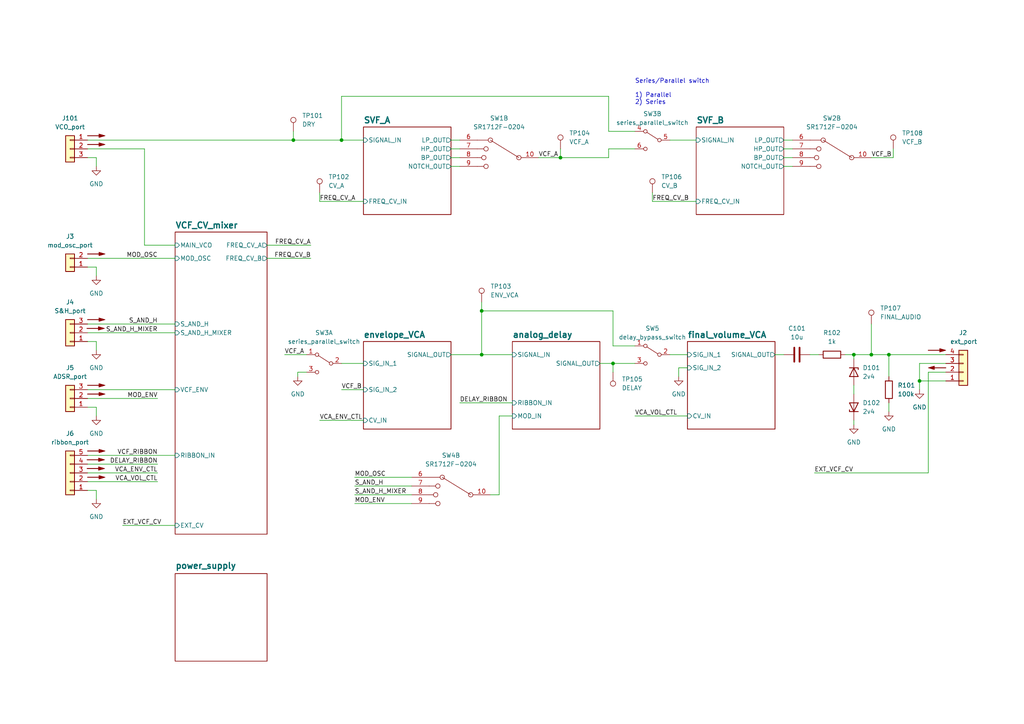
<source format=kicad_sch>
(kicad_sch (version 20230121) (generator eeschema)
  (paper "A4")
  (title_block (title "Josh Ox Ribbon Synth VCF/VCA/BBD board") (date "2023-01-07") (rev "1.0") (comment 1 "creativecommons.org/licenses/by/4.0/") (comment 2 "License: CC by 4.0") (comment 3 "Author: Jordan Aceto"))
  (lib_symbols
    (symbol "Connector:TestPoint" (pin_numbers hide) (pin_names (offset 0.762) hide)
      (property "Reference" "TP" (at 0 6.858 0))
      (property "Value" "TestPoint" (at 0 5.08 0))
      (symbol "TestPoint_0_1"
        (circle (center 0 3.302) (radius 0.762))
      )
      (symbol "TestPoint_1_1"
        (pin passive line (at 0 0 90) (length 2.54) (name "1") (number "1"))
      )
    )
    (symbol "Connector_Generic:Conn_01x02" (pin_names (offset 1.016) hide)
      (property "Reference" "J" (at 0 2.54 0))
      (property "Value" "Conn_01x02" (at 0 -5.08 0))
      (symbol "Conn_01x02_1_1"
        (rectangle (start -1.27 -2.413) (end 0 -2.667) (stroke (width 0.1524)))
        (rectangle (start -1.27 0.127) (end 0 -0.127) (stroke (width 0.1524)))
        (rectangle (start -1.27 1.27) (end 1.27 -3.81) (stroke (width 0.254)) (fill (type background)))
        (pin passive line (at -5.08 0 0) (length 3.81) (name "Pin_1") (number "1"))
        (pin passive line (at -5.08 -2.54 0) (length 3.81) (name "Pin_2") (number "2"))
      )
    )
    (symbol "Connector_Generic:Conn_01x03" (pin_names (offset 1.016) hide)
      (property "Reference" "J" (at 0 5.08 0))
      (property "Value" "Conn_01x03" (at 0 -5.08 0))
      (symbol "Conn_01x03_1_1"
        (rectangle (start -1.27 -2.413) (end 0 -2.667) (stroke (width 0.1524)))
        (rectangle (start -1.27 0.127) (end 0 -0.127) (stroke (width 0.1524)))
        (rectangle (start -1.27 2.667) (end 0 2.413) (stroke (width 0.1524)))
        (rectangle (start -1.27 3.81) (end 1.27 -3.81) (stroke (width 0.254)) (fill (type background)))
        (pin passive line (at -5.08 2.54 0) (length 3.81) (name "Pin_1") (number "1"))
        (pin passive line (at -5.08 0 0) (length 3.81) (name "Pin_2") (number "2"))
        (pin passive line (at -5.08 -2.54 0) (length 3.81) (name "Pin_3") (number "3"))
      )
    )
    (symbol "Connector_Generic:Conn_01x04" (pin_names (offset 1.016) hide)
      (property "Reference" "J" (at 0 5.08 0))
      (property "Value" "Conn_01x04" (at 0 -7.62 0))
      (symbol "Conn_01x04_1_1"
        (rectangle (start -1.27 -4.953) (end 0 -5.207) (stroke (width 0.1524)))
        (rectangle (start -1.27 -2.413) (end 0 -2.667) (stroke (width 0.1524)))
        (rectangle (start -1.27 0.127) (end 0 -0.127) (stroke (width 0.1524)))
        (rectangle (start -1.27 2.667) (end 0 2.413) (stroke (width 0.1524)))
        (rectangle (start -1.27 3.81) (end 1.27 -6.35) (stroke (width 0.254)) (fill (type background)))
        (pin passive line (at -5.08 2.54 0) (length 3.81) (name "Pin_1") (number "1"))
        (pin passive line (at -5.08 0 0) (length 3.81) (name "Pin_2") (number "2"))
        (pin passive line (at -5.08 -2.54 0) (length 3.81) (name "Pin_3") (number "3"))
        (pin passive line (at -5.08 -5.08 0) (length 3.81) (name "Pin_4") (number "4"))
      )
    )
    (symbol "Connector_Generic:Conn_01x05" (pin_names (offset 1.016) hide)
      (property "Reference" "J" (at 0 7.62 0))
      (property "Value" "Conn_01x05" (at 0 -7.62 0))
      (symbol "Conn_01x05_1_1"
        (rectangle (start -1.27 -4.953) (end 0 -5.207) (stroke (width 0.1524)))
        (rectangle (start -1.27 -2.413) (end 0 -2.667) (stroke (width 0.1524)))
        (rectangle (start -1.27 0.127) (end 0 -0.127) (stroke (width 0.1524)))
        (rectangle (start -1.27 2.667) (end 0 2.413) (stroke (width 0.1524)))
        (rectangle (start -1.27 5.207) (end 0 4.953) (stroke (width 0.1524)))
        (rectangle (start -1.27 6.35) (end 1.27 -6.35) (stroke (width 0.254)) (fill (type background)))
        (pin passive line (at -5.08 5.08 0) (length 3.81) (name "Pin_1") (number "1"))
        (pin passive line (at -5.08 2.54 0) (length 3.81) (name "Pin_2") (number "2"))
        (pin passive line (at -5.08 0 0) (length 3.81) (name "Pin_3") (number "3"))
        (pin passive line (at -5.08 -2.54 0) (length 3.81) (name "Pin_4") (number "4"))
        (pin passive line (at -5.08 -5.08 0) (length 3.81) (name "Pin_5") (number "5"))
      )
    )
    (symbol "Device:C" (pin_numbers hide) (pin_names (offset 0.254))
      (property "Reference" "C" (at 0.635 2.54 0))
      (property "Value" "C" (at 0.635 -2.54 0))
      (symbol "C_0_1"
        (polyline (pts (xy -2.032 -0.762) (xy 2.032 -0.762)) (stroke (width 0.508)))
        (polyline (pts (xy -2.032 0.762) (xy 2.032 0.762)) (stroke (width 0.508)))
      )
      (symbol "C_1_1"
        (pin passive line (at 0 3.81 270) (length 2.794) (name "~") (number "1"))
        (pin passive line (at 0 -3.81 90) (length 2.794) (name "~") (number "2"))
      )
    )
    (symbol "Device:D_Zener" (pin_numbers hide) (pin_names (offset 1.016) hide)
      (property "Reference" "D" (at 0 2.54 0))
      (property "Value" "D_Zener" (at 0 -2.54 0))
      (symbol "D_Zener_0_1"
        (polyline (pts (xy 1.27 0) (xy -1.27 0)))
        (polyline (pts (xy -1.27 -1.27) (xy -1.27 1.27) (xy -0.762 1.27)) (stroke (width 0.254)))
        (polyline (pts (xy 1.27 -1.27) (xy 1.27 1.27) (xy -1.27 0) (xy 1.27 -1.27)) (stroke (width 0.254)))
      )
      (symbol "D_Zener_1_1"
        (pin passive line (at -3.81 0 0) (length 2.54) (name "K") (number "1"))
        (pin passive line (at 3.81 0 180) (length 2.54) (name "A") (number "2"))
      )
    )
    (symbol "Device:R" (pin_numbers hide) (pin_names (offset 0))
      (property "Reference" "R" (at 2.032 0 90))
      (property "Value" "R" (at 0 0 90))
      (symbol "R_0_1"
        (rectangle (start -1.016 -2.54) (end 1.016 2.54) (stroke (width 0.254)))
      )
      (symbol "R_1_1"
        (pin passive line (at 0 3.81 270) (length 1.27) (name "~") (number "1"))
        (pin passive line (at 0 -3.81 90) (length 1.27) (name "~") (number "2"))
      )
    )
    (symbol "Graphic:SYM_Arrow_Normal" (in_bom no) (on_board no)
      (symbol "SYM_Arrow_Normal_0_1"
        (polyline (pts (xy 1.524 0) (xy -2.54 0)) (stroke (width 0.254)))
        (polyline (pts (xy 2.54 0) (xy 0.762 -0.508) (xy 0.762 0.508) (xy 2.54 0)) (fill (type outline)))
      )
    )
    (symbol "Switch:SW_DPDT_x2" (pin_names (offset 0) hide)
      (property "Reference" "SW" (at 0 4.318 0))
      (property "Value" "SW_DPDT_x2" (at 0 -5.08 0))
      (symbol "SW_DPDT_x2_0_0"
        (circle (center -2.032 0) (radius 0.508))
        (circle (center 2.032 -2.54) (radius 0.508))
      )
      (symbol "SW_DPDT_x2_0_1"
        (polyline (pts (xy -1.524 0.254) (xy 1.651 2.286)))
        (circle (center 2.032 2.54) (radius 0.508))
      )
      (symbol "SW_DPDT_x2_1_1"
        (pin passive line (at 5.08 2.54 180) (length 2.54) (name "A") (number "1"))
        (pin passive line (at -5.08 0 0) (length 2.54) (name "B") (number "2"))
        (pin passive line (at 5.08 -2.54 180) (length 2.54) (name "C") (number "3"))
      )
      (symbol "SW_DPDT_x2_2_1"
        (pin passive line (at 5.08 2.54 180) (length 2.54) (name "A") (number "4"))
        (pin passive line (at -5.08 0 0) (length 2.54) (name "B") (number "5"))
        (pin passive line (at 5.08 -2.54 180) (length 2.54) (name "C") (number "6"))
      )
    )
    (symbol "Switch:SW_SPDT" (pin_names (offset 0) hide)
      (property "Reference" "SW" (at 0 4.318 0))
      (property "Value" "SW_SPDT" (at 0 -5.08 0))
      (symbol "SW_SPDT_0_0"
        (circle (center -2.032 0) (radius 0.508))
        (circle (center 2.032 -2.54) (radius 0.508))
      )
      (symbol "SW_SPDT_0_1"
        (polyline (pts (xy -1.524 0.254) (xy 1.651 2.286)))
        (circle (center 2.032 2.54) (radius 0.508))
      )
      (symbol "SW_SPDT_1_1"
        (pin passive line (at 5.08 2.54 180) (length 2.54) (name "A") (number "1"))
        (pin passive line (at -5.08 0 0) (length 2.54) (name "B") (number "2"))
        (pin passive line (at 5.08 -2.54 180) (length 2.54) (name "C") (number "3"))
      )
    )
    (symbol "custom_symbols:SR1712F-0204" (pin_names (offset 1.016) hide)
      (property "Reference" "SW101" (at -1.27 11.43 0))
      (property "Value" "SR1712F-0204" (at -1.27 8.89 0))
      (symbol "SR1712F-0204_0_0"
        (circle (center -4.445 0) (radius 0.635))
        (polyline (pts (xy -4.445 0) (xy 3.81 5.08)))
        (polyline (pts (xy 4.445 5.08) (xy 7.62 5.08)))
        (polyline (pts (xy 5.715 -2.54) (xy 7.62 -2.54)))
        (polyline (pts (xy 5.715 2.54) (xy 7.62 2.54)))
        (polyline (pts (xy 6.35 0) (xy 7.62 0)))
        (circle (center 3.81 5.08) (radius 0.635))
        (circle (center 5.08 -2.54) (radius 0.635))
        (circle (center 5.08 2.54) (radius 0.635))
        (circle (center 5.715 0) (radius 0.635))
      )
      (symbol "SR1712F-0204_1_1"
        (pin passive line (at -10.16 0 0) (length 5.08) (name "1") (number "1"))
        (pin passive line (at 12.7 5.08 180) (length 5.08) (name "2") (number "2"))
        (pin passive line (at 12.7 2.54 180) (length 5.08) (name "3") (number "3"))
        (pin passive line (at 12.7 0 180) (length 5.08) (name "4") (number "4"))
        (pin passive line (at 12.7 -2.54 180) (length 5.08) (name "5") (number "5"))
      )
      (symbol "SR1712F-0204_2_1"
        (pin passive line (at -10.16 0 0) (length 5.08) (name "10") (number "10"))
        (pin passive line (at 12.7 5.08 180) (length 5.08) (name "6") (number "6"))
        (pin passive line (at 12.7 2.54 180) (length 5.08) (name "7") (number "7"))
        (pin passive line (at 12.7 0 180) (length 5.08) (name "8") (number "8"))
        (pin passive line (at 12.7 -2.54 180) (length 5.08) (name "9") (number "9"))
      )
    )
    (symbol "power:GND" (power) (pin_names (offset 0))
      (property "Value" "GND" (at 0 -3.81 0))
      (symbol "GND_0_1"
        (polyline (pts (xy 0 0) (xy 0 -1.27) (xy 1.27 -1.27) (xy 0 -2.54) (xy -1.27 -1.27) (xy 0 -1.27)))
      )
      (symbol "GND_1_1"
        (pin power_in line (at 0 0 270) (length 0) hide (name "GND") (number "1"))
      )
    )
  )
  (junction (at 247.65 102.87))
  (junction (at 85.09 40.64))
  (junction (at 99.06 40.64))
  (junction (at 177.8 105.41))
  (junction (at 139.7 90.17))
  (junction (at 257.81 102.87))
  (junction (at 162.56 45.72))
  (junction (at 252.73 102.87))
  (junction (at 139.7 102.87))
  (junction (at 266.7 110.49))
  (wire (pts (xy 92.71 58.42) (xy 105.41 58.42)))
  (wire (pts (xy 25.4 43.18) (xy 41.91 43.18)))
  (wire (pts (xy 144.78 120.65) (xy 148.59 120.65)))
  (wire (pts (xy 86.36 107.95) (xy 88.9 107.95)))
  (wire (pts (xy 274.32 105.41) (xy 266.7 105.41)))
  (wire (pts (xy 105.41 121.92) (xy 92.71 121.92)))
  (wire (pts (xy 27.94 80.01) (xy 27.94 77.47)))
  (wire (pts (xy 99.06 27.94) (xy 176.53 27.94)))
  (wire (pts (xy 194.31 40.64) (xy 201.93 40.64)))
  (wire (pts (xy 102.87 140.97) (xy 119.38 140.97)))
  (wire (pts (xy 189.23 55.88) (xy 189.23 58.42)))
  (wire (pts (xy 142.24 143.51) (xy 144.78 143.51)))
  (wire (pts (xy 177.8 100.33) (xy 177.8 90.17)))
  (wire (pts (xy 177.8 105.41) (xy 184.15 105.41)))
  (wire (pts (xy 102.87 146.05) (xy 119.38 146.05)))
  (wire (pts (xy 27.94 142.24) (xy 25.4 142.24)))
  (wire (pts (xy 247.65 102.87) (xy 252.73 102.87)))
  (wire (pts (xy 227.33 48.26) (xy 229.87 48.26)))
  (wire (pts (xy 41.91 43.18) (xy 41.91 71.12)))
  (wire (pts (xy 27.94 118.11) (xy 25.4 118.11)))
  (wire (pts (xy 176.53 43.18) (xy 184.15 43.18)))
  (wire (pts (xy 257.81 102.87) (xy 274.32 102.87)))
  (wire (pts (xy 102.87 143.51) (xy 119.38 143.51)))
  (wire (pts (xy 177.8 90.17) (xy 139.7 90.17)))
  (wire (pts (xy 173.99 105.41) (xy 177.8 105.41)))
  (wire (pts (xy 82.55 102.87) (xy 88.9 102.87)))
  (wire (pts (xy 25.4 137.16) (xy 45.72 137.16)))
  (wire (pts (xy 25.4 134.62) (xy 45.72 134.62)))
  (wire (pts (xy 130.81 102.87) (xy 139.7 102.87)))
  (wire (pts (xy 139.7 87.63) (xy 139.7 90.17)))
  (wire (pts (xy 266.7 113.03) (xy 266.7 110.49)))
  (wire (pts (xy 27.94 120.65) (xy 27.94 118.11)))
  (wire (pts (xy 130.81 48.26) (xy 133.35 48.26)))
  (wire (pts (xy 257.81 102.87) (xy 257.81 109.22)))
  (wire (pts (xy 130.81 40.64) (xy 133.35 40.64)))
  (wire (pts (xy 25.4 132.08) (xy 50.8 132.08)))
  (wire (pts (xy 130.81 45.72) (xy 133.35 45.72)))
  (wire (pts (xy 196.85 106.68) (xy 199.39 106.68)))
  (wire (pts (xy 236.22 137.16) (xy 269.24 137.16)))
  (wire (pts (xy 252.73 45.72) (xy 259.08 45.72)))
  (wire (pts (xy 227.33 45.72) (xy 229.87 45.72)))
  (wire (pts (xy 99.06 105.41) (xy 105.41 105.41)))
  (wire (pts (xy 194.31 102.87) (xy 199.39 102.87)))
  (wire (pts (xy 27.94 144.78) (xy 27.94 142.24)))
  (wire (pts (xy 41.91 71.12) (xy 50.8 71.12)))
  (wire (pts (xy 156.21 45.72) (xy 162.56 45.72)))
  (wire (pts (xy 199.39 120.65) (xy 184.15 120.65)))
  (wire (pts (xy 85.09 40.64) (xy 99.06 40.64)))
  (wire (pts (xy 102.87 138.43) (xy 119.38 138.43)))
  (wire (pts (xy 77.47 74.93) (xy 90.17 74.93)))
  (wire (pts (xy 27.94 77.47) (xy 25.4 77.47)))
  (wire (pts (xy 227.33 40.64) (xy 229.87 40.64)))
  (wire (pts (xy 148.59 116.84) (xy 133.35 116.84)))
  (wire (pts (xy 25.4 93.98) (xy 50.8 93.98)))
  (wire (pts (xy 274.32 107.95) (xy 269.24 107.95)))
  (wire (pts (xy 25.4 40.64) (xy 85.09 40.64)))
  (wire (pts (xy 99.06 113.03) (xy 105.41 113.03)))
  (wire (pts (xy 99.06 40.64) (xy 105.41 40.64)))
  (wire (pts (xy 247.65 121.92) (xy 247.65 123.19)))
  (wire (pts (xy 176.53 27.94) (xy 176.53 38.1)))
  (wire (pts (xy 227.33 43.18) (xy 229.87 43.18)))
  (wire (pts (xy 77.47 71.12) (xy 90.17 71.12)))
  (wire (pts (xy 27.94 101.6) (xy 27.94 99.06)))
  (wire (pts (xy 259.08 43.18) (xy 259.08 45.72)))
  (wire (pts (xy 27.94 99.06) (xy 25.4 99.06)))
  (wire (pts (xy 234.95 102.87) (xy 237.49 102.87)))
  (wire (pts (xy 252.73 93.98) (xy 252.73 102.87)))
  (wire (pts (xy 139.7 90.17) (xy 139.7 102.87)))
  (wire (pts (xy 144.78 143.51) (xy 144.78 120.65)))
  (wire (pts (xy 247.65 104.14) (xy 247.65 102.87)))
  (wire (pts (xy 184.15 100.33) (xy 177.8 100.33)))
  (wire (pts (xy 162.56 45.72) (xy 176.53 45.72)))
  (wire (pts (xy 177.8 107.95) (xy 177.8 105.41)))
  (wire (pts (xy 130.81 43.18) (xy 133.35 43.18)))
  (wire (pts (xy 85.09 38.1) (xy 85.09 40.64)))
  (wire (pts (xy 99.06 40.64) (xy 99.06 27.94)))
  (wire (pts (xy 201.93 58.42) (xy 189.23 58.42)))
  (wire (pts (xy 25.4 113.03) (xy 50.8 113.03)))
  (wire (pts (xy 25.4 96.52) (xy 50.8 96.52)))
  (wire (pts (xy 257.81 119.38) (xy 257.81 116.84)))
  (wire (pts (xy 266.7 110.49) (xy 274.32 110.49)))
  (wire (pts (xy 266.7 105.41) (xy 266.7 110.49)))
  (wire (pts (xy 184.15 38.1) (xy 176.53 38.1)))
  (wire (pts (xy 25.4 115.57) (xy 45.72 115.57)))
  (wire (pts (xy 27.94 45.72) (xy 25.4 45.72)))
  (wire (pts (xy 139.7 102.87) (xy 148.59 102.87)))
  (wire (pts (xy 25.4 74.93) (xy 50.8 74.93)))
  (wire (pts (xy 92.71 55.88) (xy 92.71 58.42)))
  (wire (pts (xy 247.65 114.3) (xy 247.65 111.76)))
  (wire (pts (xy 196.85 109.22) (xy 196.85 106.68)))
  (wire (pts (xy 224.79 102.87) (xy 227.33 102.87)))
  (wire (pts (xy 245.11 102.87) (xy 247.65 102.87)))
  (wire (pts (xy 162.56 43.18) (xy 162.56 45.72)))
  (wire (pts (xy 25.4 139.7) (xy 45.72 139.7)))
  (wire (pts (xy 86.36 107.95) (xy 86.36 109.22)))
  (wire (pts (xy 35.56 152.4) (xy 50.8 152.4)))
  (wire (pts (xy 176.53 45.72) (xy 176.53 43.18)))
  (wire (pts (xy 27.94 48.26) (xy 27.94 45.72)))
  (wire (pts (xy 252.73 102.87) (xy 257.81 102.87)))
  (wire (pts (xy 269.24 107.95) (xy 269.24 137.16)))
  (text "Series/Parallel switch\n\n1) Parallel\n2) Series" (at 184.15 30.48 0) (effects (font (size 1.27 1.27)) (justify left bottom)))
  (label "EXT_VCF_CV" (at 236.22 137.16 0))
  (label "S_AND_H" (at 45.72 93.98 180))
  (label "FREQ_CV_B" (at 189.23 58.42 0))
  (label "FREQ_CV_A" (at 90.17 71.12 180))
  (label "MOD_ENV" (at 102.87 146.05 0))
  (label "VCF_A" (at 156.21 45.72 0))
  (label "VCF_RIBBON" (at 45.72 132.08 180))
  (label "VCA_ENV_CTL" (at 92.71 121.92 0))
  (label "VCA_VOL_CTL" (at 45.72 139.7 180))
  (label "MOD_ENV" (at 45.72 115.57 180))
  (label "DELAY_RIBBON" (at 45.72 134.62 180))
  (label "DELAY_RIBBON" (at 133.35 116.84 0))
  (label "MOD_OSC" (at 45.72 74.93 180))
  (label "VCF_B" (at 252.73 45.72 0))
  (label "S_AND_H" (at 102.87 140.97 0))
  (label "EXT_VCF_CV" (at 35.56 152.4 0))
  (label "VCF_A" (at 82.55 102.87 0))
  (label "VCA_VOL_CTL" (at 184.15 120.65 0))
  (label "VCA_ENV_CTL" (at 45.72 137.16 180))
  (label "MOD_OSC" (at 102.87 138.43 0))
  (label "S_AND_H_MIXER" (at 102.87 143.51 0))
  (label "S_AND_H_MIXER" (at 45.72 96.52 180))
  (label "FREQ_CV_A" (at 92.71 58.42 0))
  (label "FREQ_CV_B" (at 90.17 74.93 180))
  (label "VCF_B" (at 99.06 113.03 0))
  (symbol (lib_id "power:GND") (at 247.65 123.19 0) (unit 1)
    (property "Reference" "#PWR0125" (effects hide))
    (property "Value" "GND" (at 247.65 128.27 0))
  )
  (symbol (lib_id "Graphic:SYM_Arrow_Normal") (at 27.94 41.91 0) (unit 1)
    (property "Reference" "#SYM113" (effects hide))
    (property "Value" "SYM_Arrow_Normal" (effects hide))
    (property "Sim.Enable" "0" (effects hide))
  )
  (symbol (lib_id "Connector_Generic:Conn_01x03") (at 20.32 96.52 180) (unit 1)
    (property "Reference" "J4" (at 20.32 87.63 0))
    (property "Value" "S&H_port" (at 20.32 90.17 0))
    (property "Footprint" "Connector_Molex:Molex_KK-254_AE-6410-03A_1x03_P2.54mm_Vertical" (effects hide))
  )
  (symbol (lib_id "Connector_Generic:Conn_01x03") (at 20.32 43.18 0) (mirror y) (unit 1)
    (property "Reference" "J101" (at 20.32 34.29 0))
    (property "Value" "VCO_port" (at 20.32 36.83 0))
    (property "Footprint" "Connector_Molex:Molex_KK-254_AE-6410-03A_1x03_P2.54mm_Vertical" (effects hide))
  )
  (symbol (lib_id "Graphic:SYM_Arrow_Normal") (at 27.94 39.37 0) (unit 1)
    (property "Reference" "#SYM104" (effects hide))
    (property "Value" "SYM_Arrow_Normal" (effects hide))
    (property "Sim.Enable" "0" (effects hide))
  )
  (symbol (lib_id "Graphic:SYM_Arrow_Normal") (at 27.94 111.76 0) (unit 1)
    (property "Reference" "#SYM107" (effects hide))
    (property "Value" "SYM_Arrow_Normal" (effects hide))
    (property "Sim.Enable" "0" (effects hide))
  )
  (symbol (lib_id "power:GND") (at 27.94 101.6 0) (mirror y) (unit 1)
    (property "Reference" "#PWR0103" (effects hide))
    (property "Value" "GND" (at 27.94 106.68 0))
  )
  (symbol (lib_id "Connector:TestPoint") (at 252.73 93.98 0) (unit 1) (in_bom no)
    (property "Reference" "TP107" (at 255.27 89.4079 0) (effects (justify left)))
    (property "Value" "FINAL_AUDIO" (at 255.27 91.9479 0) (effects (justify left)))
    (property "Footprint" "TestPoint:TestPoint_Keystone_5000-5004_Miniature" (effects hide))
  )
  (symbol (lib_id "Switch:SW_DPDT_x2") (at 189.23 40.64 0) (mirror y) (unit 2)
    (property "Reference" "SW3" (at 189.23 33.02 0))
    (property "Value" "series_parallel_switch" (at 189.23 35.56 0))
    (property "Footprint" "custom_footprints:DPDT_mini_toggle" (effects hide))
  )
  (symbol (lib_id "Connector_Generic:Conn_01x02") (at 20.32 77.47 180) (unit 1)
    (property "Reference" "J3" (at 20.32 68.58 0))
    (property "Value" "mod_osc_port" (at 20.32 71.12 0))
    (property "Footprint" "Connector_Molex:Molex_KK-254_AE-6410-02A_1x02_P2.54mm_Vertical" (effects hide))
  )
  (symbol (lib_id "Device:D_Zener") (at 247.65 107.95 270) (unit 1)
    (property "Reference" "D101" (at 250.19 106.6799 90) (effects (justify left)))
    (property "Value" "2v4" (at 250.19 109.2199 90) (effects (justify left)))
    (property "Footprint" "Diode_SMD:D_SOD-123" (effects hide))
  )
  (symbol (lib_id "Graphic:SYM_Arrow_Normal") (at 27.8149 135.89 0) (unit 1)
    (property "Reference" "#SYM103" (effects hide))
    (property "Value" "SYM_Arrow_Normal" (effects hide))
    (property "Sim.Enable" "0" (effects hide))
  )
  (symbol (lib_id "Graphic:SYM_Arrow_Normal") (at 27.94 138.43 0) (unit 1)
    (property "Reference" "#SYM110" (effects hide))
    (property "Value" "SYM_Arrow_Normal" (effects hide))
    (property "Sim.Enable" "0" (effects hide))
  )
  (symbol (lib_id "Connector:TestPoint") (at 139.7 87.63 0) (unit 1) (in_bom no)
    (property "Reference" "TP103" (at 142.24 83.0579 0) (effects (justify left)))
    (property "Value" "ENV_VCA" (at 142.24 85.5979 0) (effects (justify left)))
    (property "Footprint" "TestPoint:TestPoint_Keystone_5000-5004_Miniature" (effects hide))
  )
  (symbol (lib_id "Graphic:SYM_Arrow_Normal") (at 27.94 114.3 0) (unit 1)
    (property "Reference" "#SYM108" (effects hide))
    (property "Value" "SYM_Arrow_Normal" (effects hide))
    (property "Sim.Enable" "0" (effects hide))
  )
  (symbol (lib_id "Graphic:SYM_Arrow_Normal") (at 27.94 92.71 0) (unit 1)
    (property "Reference" "#SYM106" (effects hide))
    (property "Value" "SYM_Arrow_Normal" (effects hide))
    (property "Sim.Enable" "0" (effects hide))
  )
  (symbol (lib_id "Graphic:SYM_Arrow_Normal") (at 27.94 73.66 0) (unit 1)
    (property "Reference" "#SYM105" (effects hide))
    (property "Value" "SYM_Arrow_Normal" (effects hide))
    (property "Sim.Enable" "0" (effects hide))
  )
  (symbol (lib_id "power:GND") (at 196.85 109.22 0) (unit 1)
    (property "Reference" "#PWR0112" (effects hide))
    (property "Value" "GND" (at 196.85 114.3 0))
  )
  (symbol (lib_id "power:GND") (at 266.7 113.03 0) (unit 1)
    (property "Reference" "#PWR0107" (effects hide))
    (property "Value" "GND" (at 266.7 118.11 0))
  )
  (symbol (lib_id "Connector:TestPoint") (at 177.8 107.95 0) (mirror x) (unit 1) (in_bom no)
    (property "Reference" "TP105" (at 180.34 109.9819 0) (effects (justify left)))
    (property "Value" "DELAY" (at 180.34 112.5219 0) (effects (justify left)))
    (property "Footprint" "TestPoint:TestPoint_Keystone_5000-5004_Miniature" (effects hide))
  )
  (symbol (lib_id "power:GND") (at 27.94 48.26 0) (mirror y) (unit 1)
    (property "Reference" "#PWR0101" (effects hide))
    (property "Value" "GND" (at 27.94 53.34 0))
  )
  (symbol (lib_id "Device:R") (at 241.3 102.87 90) (mirror x) (unit 1)
    (property "Reference" "R102" (at 241.3 96.52 90))
    (property "Value" "1k" (at 241.3 99.06 90))
    (property "Footprint" "Resistor_SMD:R_0805_2012Metric" (effects hide))
  )
  (symbol (lib_id "power:GND") (at 257.81 119.38 0) (unit 1)
    (property "Reference" "#PWR0111" (effects hide))
    (property "Value" "GND" (at 257.81 124.46 0))
  )
  (symbol (lib_id "custom_symbols:SR1712F-0204") (at 132.08 143.51 0) (mirror y) (unit 2)
    (property "Reference" "SW4" (at 130.81 132.08 0))
    (property "Value" "SR1712F-0204" (at 130.81 134.62 0))
    (property "Footprint" "custom_footprints:SR1712F_rotary_switch" (effects hide))
  )
  (symbol (lib_id "Connector:TestPoint") (at 85.09 38.1 0) (unit 1) (in_bom no)
    (property "Reference" "TP101" (at 87.63 33.5279 0) (effects (justify left)))
    (property "Value" "DRY" (at 87.63 36.0679 0) (effects (justify left)))
    (property "Footprint" "TestPoint:TestPoint_Keystone_5000-5004_Miniature" (effects hide))
  )
  (symbol (lib_id "Device:C") (at 231.14 102.87 90) (unit 1)
    (property "Reference" "C101" (at 231.14 95.25 90))
    (property "Value" "10u" (at 231.14 97.79 90))
    (property "Footprint" "Capacitor_THT:C_Radial_D6.3mm_H7.0mm_P2.50mm" (effects hide))
  )
  (symbol (lib_id "custom_symbols:SR1712F-0204") (at 146.05 45.72 0) (mirror y) (unit 2)
    (property "Reference" "SW1" (at 144.78 34.29 0))
    (property "Value" "SR1712F-0204" (at 144.78 36.83 0))
    (property "Footprint" "custom_footprints:SR1712F_rotary_switch" (effects hide))
  )
  (symbol (lib_id "power:GND") (at 86.36 109.22 0) (unit 1)
    (property "Reference" "#PWR0106" (effects hide))
    (property "Value" "GND" (at 86.36 114.3 0))
  )
  (symbol (lib_id "Switch:SW_DPDT_x2") (at 93.98 105.41 0) (mirror y) (unit 1)
    (property "Reference" "SW3" (at 93.98 96.52 0))
    (property "Value" "series_parallel_switch" (at 93.98 99.06 0))
    (property "Footprint" "custom_footprints:DPDT_mini_toggle" (effects hide))
  )
  (symbol (lib_id "power:GND") (at 27.94 120.65 0) (mirror y) (unit 1)
    (property "Reference" "#PWR0104" (effects hide))
    (property "Value" "GND" (at 27.94 125.73 0))
  )
  (symbol (lib_id "Connector:TestPoint") (at 259.08 43.18 0) (unit 1) (in_bom no)
    (property "Reference" "TP108" (at 261.62 38.6079 0) (effects (justify left)))
    (property "Value" "VCF_B" (at 261.62 41.1479 0) (effects (justify left)))
    (property "Footprint" "TestPoint:TestPoint_Keystone_5000-5004_Miniature" (effects hide))
  )
  (symbol (lib_id "Connector:TestPoint") (at 189.23 55.88 0) (unit 1) (in_bom no)
    (property "Reference" "TP106" (at 191.77 51.3079 0) (effects (justify left)))
    (property "Value" "CV_B" (at 191.77 53.8479 0) (effects (justify left)))
    (property "Footprint" "TestPoint:TestPoint_Keystone_5000-5004_Miniature" (effects hide))
  )
  (symbol (lib_id "Switch:SW_SPDT") (at 189.23 102.87 0) (mirror y) (unit 1)
    (property "Reference" "SW5" (at 189.23 95.25 0))
    (property "Value" "delay_bypass_switch" (at 189.23 97.79 0))
    (property "Footprint" "custom_footprints:SPDT_mini_toggle" (effects hide))
  )
  (symbol (lib_id "Connector_Generic:Conn_01x04") (at 279.4 107.95 0) (mirror x) (unit 1)
    (property "Reference" "J2" (at 278.13 96.52 0) (effects (justify left)))
    (property "Value" "ext_port" (at 275.59 99.06 0) (effects (justify left)))
    (property "Footprint" "Connector_Molex:Molex_KK-254_AE-6410-04A_1x04_P2.54mm_Vertical" (effects hide))
  )
  (symbol (lib_id "Connector_Generic:Conn_01x05") (at 20.32 137.16 180) (unit 1)
    (property "Reference" "J6" (at 20.32 125.73 0))
    (property "Value" "ribbon_port" (at 20.32 128.27 0))
    (property "Footprint" "Connector_Molex:Molex_KK-254_AE-6410-05A_1x05_P2.54mm_Vertical" (effects hide))
  )
  (symbol (lib_id "power:GND") (at 27.94 144.78 0) (mirror y) (unit 1)
    (property "Reference" "#PWR0105" (effects hide))
    (property "Value" "GND" (at 27.94 149.86 0))
  )
  (symbol (lib_id "Device:D_Zener") (at 247.65 118.11 90) (unit 1)
    (property "Reference" "D102" (at 250.19 116.8399 90) (effects (justify right)))
    (property "Value" "2v4" (at 250.19 119.3799 90) (effects (justify right)))
    (property "Footprint" "Diode_SMD:D_SOD-123" (effects hide))
  )
  (symbol (lib_id "custom_symbols:SR1712F-0204") (at 242.57 45.72 0) (mirror y) (unit 2)
    (property "Reference" "SW2" (at 241.3 34.29 0))
    (property "Value" "SR1712F-0204" (at 241.3 36.83 0))
    (property "Footprint" "custom_footprints:SR1712F_rotary_switch" (effects hide))
  )
  (symbol (lib_id "Connector:TestPoint") (at 162.56 43.18 0) (unit 1) (in_bom no)
    (property "Reference" "TP104" (at 165.1 38.6079 0) (effects (justify left)))
    (property "Value" "VCF_A" (at 165.1 41.1479 0) (effects (justify left)))
    (property "Footprint" "TestPoint:TestPoint_Keystone_5000-5004_Miniature" (effects hide))
  )
  (symbol (lib_id "Graphic:SYM_Arrow_Normal") (at 27.8149 133.35 0) (unit 1)
    (property "Reference" "#SYM102" (effects hide))
    (property "Value" "SYM_Arrow_Normal" (effects hide))
    (property "Sim.Enable" "0" (effects hide))
  )
  (symbol (lib_id "Device:R") (at 257.81 113.03 0) (mirror y) (unit 1)
    (property "Reference" "R101" (at 260.35 111.7599 0) (effects (justify right)))
    (property "Value" "100k" (at 260.35 114.2999 0) (effects (justify right)))
    (property "Footprint" "Resistor_SMD:R_0805_2012Metric" (effects hide))
  )
  (symbol (lib_id "Graphic:SYM_Arrow_Normal") (at 271.78 101.6 0) (unit 1)
    (property "Reference" "#SYM111" (effects hide))
    (property "Value" "SYM_Arrow_Normal" (effects hide))
    (property "Sim.Enable" "0" (effects hide))
  )
  (symbol (lib_id "Connector_Generic:Conn_01x03") (at 20.32 115.57 180) (unit 1)
    (property "Reference" "J5" (at 20.32 106.68 0))
    (property "Value" "ADSR_port" (at 20.32 109.22 0))
    (property "Footprint" "Connector_Molex:Molex_KK-254_AE-6410-03A_1x03_P2.54mm_Vertical" (effects hide))
  )
  (symbol (lib_id "Graphic:SYM_Arrow_Normal") (at 27.94 130.81 0) (unit 1)
    (property "Reference" "#SYM109" (effects hide))
    (property "Value" "SYM_Arrow_Normal" (effects hide))
    (property "Sim.Enable" "0" (effects hide))
  )
  (symbol (lib_id "Graphic:SYM_Arrow_Normal") (at 27.7716 95.25 0) (unit 1)
    (property "Reference" "#SYM101" (effects hide))
    (property "Value" "SYM_Arrow_Normal" (effects hide))
    (property "Sim.Enable" "0" (effects hide))
  )
  (symbol (lib_id "Graphic:SYM_Arrow_Normal") (at 271.78 106.68 180) (unit 1)
    (property "Reference" "#SYM112" (effects hide))
    (property "Value" "SYM_Arrow_Normal" (effects hide))
    (property "Sim.Enable" "0" (effects hide))
  )
  (symbol (lib_id "Connector:TestPoint") (at 92.71 55.88 0) (unit 1) (in_bom no)
    (property "Reference" "TP102" (at 95.25 51.3079 0) (effects (justify left)))
    (property "Value" "CV_A" (at 95.25 53.8479 0) (effects (justify left)))
    (property "Footprint" "TestPoint:TestPoint_Keystone_5000-5004_Miniature" (effects hide))
  )
  (symbol (lib_id "power:GND") (at 27.94 80.01 0) (mirror y) (unit 1)
    (property "Reference" "#PWR0102" (effects hide))
    (property "Value" "GND" (at 27.94 85.09 0))
  )
  (sheet (at 105.41 36.83) (size 25.4 25.4) (stroke (width 0.1524))
    (property "Sheetname" "SVF_A" (at 105.41 35.8784 0) (effects (font (size 1.75 1.75) bold) (justify left bottom)))
    (property "Sheetfile" "SVF.kicad_sch" (effects hide))
    (pin "LP_OUT" output (at 130.81 40.64 0))
    (pin "HP_OUT" output (at 130.81 43.18 0))
    (pin "SIGNAL_IN" input (at 105.41 40.64 180))
    (pin "BP_OUT" output (at 130.81 45.72 0))
    (pin "FREQ_CV_IN" input (at 105.41 58.42 180))
    (pin "NOTCH_OUT" output (at 130.81 48.26 0))
  )
  (sheet (at 201.93 36.83) (size 25.4 25.4) (stroke (width 0.1524))
    (property "Sheetname" "SVF_B" (at 201.93 35.8784 0) (effects (font (size 1.75 1.75) bold) (justify left bottom)))
    (property "Sheetfile" "SVF.kicad_sch" (effects hide))
    (pin "LP_OUT" output (at 227.33 40.64 0))
    (pin "HP_OUT" output (at 227.33 43.18 0))
    (pin "SIGNAL_IN" input (at 201.93 40.64 180))
    (pin "BP_OUT" output (at 227.33 45.72 0))
    (pin "FREQ_CV_IN" input (at 201.93 58.42 180))
    (pin "NOTCH_OUT" output (at 227.33 48.26 0))
  )
  (sheet (at 199.39 99.06) (size 25.4 25.4) (stroke (width 0.1524))
    (property "Sheetname" "final_volume_VCA" (at 199.39 98.1334 0) (effects (font (size 1.75 1.75) bold) (justify left bottom)))
    (property "Sheetfile" "VCA.kicad_sch" (effects hide))
    (pin "SIGNAL_OUT" output (at 224.79 102.87 0))
    (pin "CV_IN" input (at 199.39 120.65 180))
    (pin "SIG_IN_1" input (at 199.39 102.87 180))
    (pin "SIG_IN_2" input (at 199.39 106.68 180))
  )
  (sheet (at 50.8 166.37) (size 26.67 25.4) (stroke (width 0.1524))
    (property "Sheetname" "power_supply" (at 50.8 165.1 0) (effects (font (size 1.75 1.75) bold) (justify left bottom)))
    (property "Sheetfile" "power_supply.kicad_sch" (effects hide))
  )
  (sheet (at 105.41 99.06) (size 25.4 25.4) (stroke (width 0.1524))
    (property "Sheetname" "envelope_VCA" (at 105.41 98.1084 0) (effects (font (size 1.75 1.75) bold) (justify left bottom)))
    (property "Sheetfile" "VCA.kicad_sch" (effects hide))
    (pin "SIGNAL_OUT" output (at 130.81 102.87 0))
    (pin "CV_IN" input (at 105.41 121.92 180))
    (pin "SIG_IN_1" input (at 105.41 105.41 180))
    (pin "SIG_IN_2" input (at 105.41 113.03 180))
  )
  (sheet (at 148.59 99.06) (size 25.4 25.4) (stroke (width 0.1524))
    (property "Sheetname" "analog_delay" (at 148.59 98.1084 0) (effects (font (size 1.75 1.75) bold) (justify left bottom)))
    (property "Sheetfile" "analog_delay.kicad_sch" (effects hide))
    (pin "SIGNAL_OUT" output (at 173.99 105.41 0))
    (pin "SIGNAL_IN" input (at 148.59 102.87 180))
    (pin "RIBBON_IN" input (at 148.59 116.84 180))
    (pin "MOD_IN" input (at 148.59 120.65 180))
  )
  (sheet (at 50.8 67.31) (size 26.67 87.63) (stroke (width 0.1524))
    (property "Sheetname" "VCF_CV_mixer" (at 50.8 66.3584 0) (effects (font (size 1.75 1.75) bold) (justify left bottom)))
    (property "Sheetfile" "CV_mixer.kicad_sch" (effects hide))
    (pin "EXT_CV" input (at 50.8 152.4 180))
    (pin "S_AND_H" input (at 50.8 93.98 180))
    (pin "MOD_OSC" input (at 50.8 74.93 180))
    (pin "S_AND_H_MIXER" input (at 50.8 96.52 180))
    (pin "VCF_ENV" input (at 50.8 113.03 180))
    (pin "FREQ_CV_B" output (at 77.47 74.93 0))
    (pin "FREQ_CV_A" output (at 77.47 71.12 0))
    (pin "RIBBON_IN" input (at 50.8 132.08 180))
    (pin "MAIN_VCO" input (at 50.8 71.12 180))
  )
)
</source>
